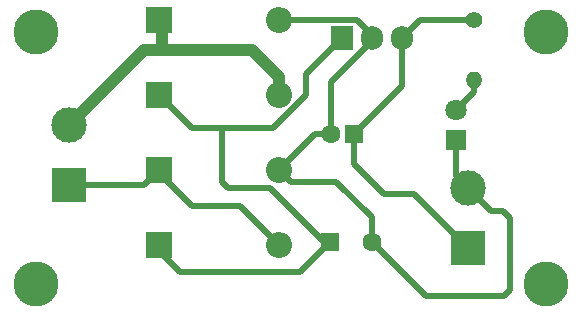
<source format=gbr>
%TF.GenerationSoftware,KiCad,Pcbnew,(5.1.7)-1*%
%TF.CreationDate,2022-10-26T13:15:12+03:00*%
%TF.ProjectId,power supply,706f7765-7220-4737-9570-706c792e6b69,rev?*%
%TF.SameCoordinates,Original*%
%TF.FileFunction,Copper,L1,Top*%
%TF.FilePolarity,Positive*%
%FSLAX46Y46*%
G04 Gerber Fmt 4.6, Leading zero omitted, Abs format (unit mm)*
G04 Created by KiCad (PCBNEW (5.1.7)-1) date 2022-10-26 13:15:12*
%MOMM*%
%LPD*%
G01*
G04 APERTURE LIST*
%TA.AperFunction,ComponentPad*%
%ADD10O,1.905000X2.000000*%
%TD*%
%TA.AperFunction,ComponentPad*%
%ADD11R,1.905000X2.000000*%
%TD*%
%TA.AperFunction,ComponentPad*%
%ADD12O,1.400000X1.400000*%
%TD*%
%TA.AperFunction,ComponentPad*%
%ADD13C,1.400000*%
%TD*%
%TA.AperFunction,ComponentPad*%
%ADD14C,3.000000*%
%TD*%
%TA.AperFunction,ComponentPad*%
%ADD15R,3.000000X3.000000*%
%TD*%
%TA.AperFunction,ComponentPad*%
%ADD16C,3.800000*%
%TD*%
%TA.AperFunction,ComponentPad*%
%ADD17C,1.800000*%
%TD*%
%TA.AperFunction,ComponentPad*%
%ADD18R,1.800000X1.800000*%
%TD*%
%TA.AperFunction,ComponentPad*%
%ADD19O,2.200000X2.200000*%
%TD*%
%TA.AperFunction,ComponentPad*%
%ADD20R,2.200000X2.200000*%
%TD*%
%TA.AperFunction,ComponentPad*%
%ADD21C,1.600000*%
%TD*%
%TA.AperFunction,ComponentPad*%
%ADD22R,1.600000X1.600000*%
%TD*%
%TA.AperFunction,Conductor*%
%ADD23C,0.500000*%
%TD*%
%TA.AperFunction,Conductor*%
%ADD24C,1.000000*%
%TD*%
G04 APERTURE END LIST*
D10*
%TO.P,U1,3*%
%TO.N,Net-(C2-Pad1)*%
X146304000Y-75184000D03*
%TO.P,U1,2*%
%TO.N,Net-(C1-Pad2)*%
X143764000Y-75184000D03*
D11*
%TO.P,U1,1*%
%TO.N,Net-(C1-Pad1)*%
X141224000Y-75184000D03*
%TD*%
D12*
%TO.P,R1,2*%
%TO.N,Net-(D5-Pad2)*%
X152400000Y-78740000D03*
D13*
%TO.P,R1,1*%
%TO.N,Net-(C2-Pad1)*%
X152400000Y-73660000D03*
%TD*%
D14*
%TO.P,J2,2*%
%TO.N,Net-(C1-Pad2)*%
X151892000Y-87884000D03*
D15*
%TO.P,J2,1*%
%TO.N,Net-(C2-Pad1)*%
X151892000Y-92964000D03*
%TD*%
D14*
%TO.P,J1,2*%
%TO.N,Net-(D1-Pad1)*%
X118110000Y-82550000D03*
D15*
%TO.P,J1,1*%
%TO.N,Net-(D2-Pad1)*%
X118110000Y-87630000D03*
%TD*%
D16*
%TO.P,H4,1*%
%TO.N,N/C*%
X115316000Y-96012000D03*
%TD*%
%TO.P,H3,1*%
%TO.N,N/C*%
X158496000Y-74676000D03*
%TD*%
%TO.P,H2,1*%
%TO.N,N/C*%
X158496000Y-96012000D03*
%TD*%
%TO.P,H1,1*%
%TO.N,N/C*%
X115316000Y-74676000D03*
%TD*%
D17*
%TO.P,D5,2*%
%TO.N,Net-(D5-Pad2)*%
X150876000Y-81280000D03*
D18*
%TO.P,D5,1*%
%TO.N,Net-(C1-Pad2)*%
X150876000Y-83820000D03*
%TD*%
D19*
%TO.P,D4,2*%
%TO.N,Net-(D2-Pad1)*%
X135890000Y-92710000D03*
D20*
%TO.P,D4,1*%
%TO.N,Net-(C1-Pad1)*%
X125730000Y-92710000D03*
%TD*%
D19*
%TO.P,D3,2*%
%TO.N,Net-(D1-Pad1)*%
X135890000Y-80010000D03*
D20*
%TO.P,D3,1*%
%TO.N,Net-(C1-Pad1)*%
X125730000Y-80010000D03*
%TD*%
D19*
%TO.P,D2,2*%
%TO.N,Net-(C1-Pad2)*%
X135890000Y-86360000D03*
D20*
%TO.P,D2,1*%
%TO.N,Net-(D2-Pad1)*%
X125730000Y-86360000D03*
%TD*%
D19*
%TO.P,D1,2*%
%TO.N,Net-(C1-Pad2)*%
X135890000Y-73660000D03*
D20*
%TO.P,D1,1*%
%TO.N,Net-(D1-Pad1)*%
X125730000Y-73660000D03*
%TD*%
D21*
%TO.P,C2,2*%
%TO.N,Net-(C1-Pad2)*%
X140240000Y-83312000D03*
D22*
%TO.P,C2,1*%
%TO.N,Net-(C2-Pad1)*%
X142240000Y-83312000D03*
%TD*%
D21*
%TO.P,C1,2*%
%TO.N,Net-(C1-Pad2)*%
X143708000Y-92456000D03*
D22*
%TO.P,C1,1*%
%TO.N,Net-(C1-Pad1)*%
X140208000Y-92456000D03*
%TD*%
D23*
%TO.N,Net-(C1-Pad2)*%
X138938000Y-83312000D02*
X140240000Y-83312000D01*
X135890000Y-86360000D02*
X138938000Y-83312000D01*
X143764000Y-75406502D02*
X143764000Y-75184000D01*
X140240000Y-78930502D02*
X143764000Y-75406502D01*
X140240000Y-83312000D02*
X140240000Y-78930502D01*
X143764000Y-74961498D02*
X143764000Y-75184000D01*
X142462502Y-73660000D02*
X143764000Y-74961498D01*
X135890000Y-73660000D02*
X142462502Y-73660000D01*
X150876000Y-86868000D02*
X151892000Y-87884000D01*
X150876000Y-83820000D02*
X150876000Y-86868000D01*
X153842001Y-89834001D02*
X154858001Y-89834001D01*
X151892000Y-87884000D02*
X153842001Y-89834001D01*
X154858001Y-89834001D02*
X155448000Y-90424000D01*
X155448000Y-90424000D02*
X155448000Y-96520000D01*
X155448000Y-96520000D02*
X154940000Y-97028000D01*
X148280000Y-97028000D02*
X143708000Y-92456000D01*
X154940000Y-97028000D02*
X148280000Y-97028000D01*
X143708000Y-92456000D02*
X143708000Y-90368000D01*
X143708000Y-90368000D02*
X140716000Y-87376000D01*
X136906000Y-87376000D02*
X135890000Y-86360000D01*
X140716000Y-87376000D02*
X136906000Y-87376000D01*
%TO.N,Net-(C1-Pad1)*%
X141224000Y-75184000D02*
X138176000Y-78232000D01*
X138176000Y-80018002D02*
X135390002Y-82804000D01*
X138176000Y-78232000D02*
X138176000Y-80018002D01*
X128524000Y-82804000D02*
X125730000Y-80010000D01*
X125730000Y-92710000D02*
X125730000Y-93218000D01*
X125730000Y-93218000D02*
X127508000Y-94996000D01*
X137668000Y-94996000D02*
X140208000Y-92456000D01*
X127508000Y-94996000D02*
X137668000Y-94996000D01*
X140208000Y-92456000D02*
X139700000Y-92456000D01*
X139700000Y-92456000D02*
X135128000Y-87884000D01*
X135128000Y-87884000D02*
X131572000Y-87884000D01*
X131064000Y-87376000D02*
X131064000Y-82804000D01*
X131572000Y-87884000D02*
X131064000Y-87376000D01*
X131064000Y-82804000D02*
X128524000Y-82804000D01*
X135390002Y-82804000D02*
X131064000Y-82804000D01*
%TO.N,Net-(C2-Pad1)*%
X147828000Y-73660000D02*
X146304000Y-75184000D01*
X152400000Y-73660000D02*
X147828000Y-73660000D01*
X146304000Y-79248000D02*
X142240000Y-83312000D01*
X146304000Y-75184000D02*
X146304000Y-79248000D01*
X142240000Y-83312000D02*
X142240000Y-85852000D01*
X142240000Y-85852000D02*
X144780000Y-88392000D01*
X147320000Y-88392000D02*
X151892000Y-92964000D01*
X144780000Y-88392000D02*
X147320000Y-88392000D01*
D24*
%TO.N,Net-(D1-Pad1)*%
X118110000Y-82550000D02*
X124460000Y-76200000D01*
X124460000Y-76200000D02*
X125984000Y-76200000D01*
X125984000Y-73914000D02*
X125730000Y-73660000D01*
X125984000Y-76200000D02*
X125984000Y-73914000D01*
X125984000Y-76200000D02*
X133604000Y-76200000D01*
X135890000Y-78486000D02*
X135890000Y-80010000D01*
X133604000Y-76200000D02*
X135890000Y-78486000D01*
D23*
%TO.N,Net-(D2-Pad1)*%
X124460000Y-87630000D02*
X125730000Y-86360000D01*
X118110000Y-87630000D02*
X124460000Y-87630000D01*
X125730000Y-86360000D02*
X125730000Y-86614000D01*
X125730000Y-86614000D02*
X128524000Y-89408000D01*
X132588000Y-89408000D02*
X135890000Y-92710000D01*
X128524000Y-89408000D02*
X132588000Y-89408000D01*
%TO.N,Net-(D5-Pad2)*%
X152400000Y-79756000D02*
X150876000Y-81280000D01*
X152400000Y-78740000D02*
X152400000Y-79756000D01*
%TD*%
M02*

</source>
